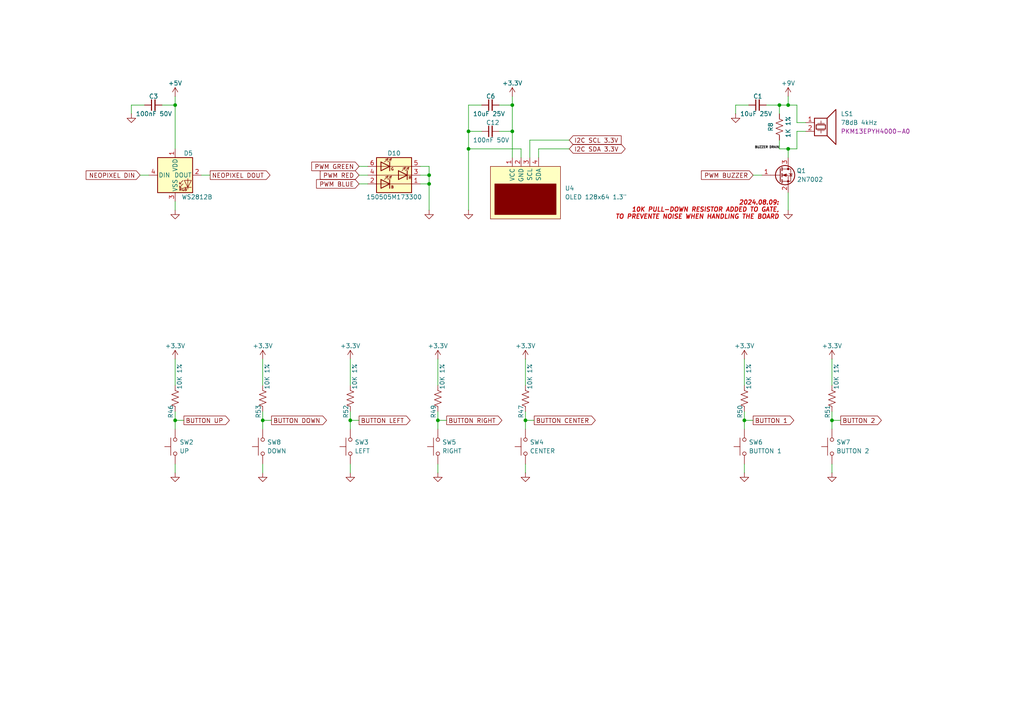
<source format=kicad_sch>
(kicad_sch (version 20231120) (generator "eeschema") (generator_version "8.0")
  (paper "A4")
  (title_block (title "STM32 EXPLORER BOARD PROTOTYPE") (date "2024-07-21") (rev "00") (company "Mechatronix Lab") (comment 1 "Eng. André A. M. Araújo"))
  (lib_symbols
    (symbol "Device:C_Small" (pin_numbers hide) (pin_names (offset 0.254) hide)
      (property "Reference" "C" (at 0.254 1.778 0))
      (property "Value" "C_Small" (at 0.254 -2.032 0))
      (symbol "C_Small_0_1"
        (polyline (pts (xy -1.524 -0.508) (xy 1.524 -0.508)) (stroke (width 0.3302)))
        (polyline (pts (xy -1.524 0.508) (xy 1.524 0.508)) (stroke (width 0.3048)))
      )
      (symbol "C_Small_1_1"
        (pin passive line (at 0 2.54 270) (length 2.032) (name "~") (number "1"))
        (pin passive line (at 0 -2.54 90) (length 2.032) (name "~") (number "2"))
      )
    )
    (symbol "Device:R_US" (pin_numbers hide) (pin_names (offset 0))
      (property "Reference" "R" (at 2.54 0 90))
      (property "Value" "R_US" (at -2.54 0 90))
      (symbol "R_US_0_1"
        (polyline (pts (xy 0 -2.286) (xy 0 -2.54)))
        (polyline (pts (xy 0 2.286) (xy 0 2.54)))
        (polyline (pts (xy 0 -0.762) (xy 1.016 -1.143) (xy 0 -1.524) (xy -1.016 -1.905) (xy 0 -2.286)))
        (polyline (pts (xy 0 0.762) (xy 1.016 0.381) (xy 0 0) (xy -1.016 -0.381) (xy 0 -0.762)))
        (polyline (pts (xy 0 2.286) (xy 1.016 1.905) (xy 0 1.524) (xy -1.016 1.143) (xy 0 0.762)))
      )
      (symbol "R_US_1_1"
        (pin passive line (at 0 3.81 270) (length 1.27) (name "~") (number "1"))
        (pin passive line (at 0 -3.81 90) (length 1.27) (name "~") (number "2"))
      )
    )
    (symbol "LED:WS2812B" (pin_names (offset 0.254))
      (property "Reference" "D" (at 5.08 5.715 0))
      (property "Value" "WS2812B" (at 1.27 -5.715 0))
      (symbol "WS2812B_0_0"
        (text "RGB" (at 2.286 -4.191 0) (effects (font (size 0.762 0.762))))
      )
      (symbol "WS2812B_0_1"
        (polyline (pts (xy 1.27 -3.556) (xy 1.778 -3.556)))
        (polyline (pts (xy 1.27 -2.54) (xy 1.778 -2.54)))
        (polyline (pts (xy 4.699 -3.556) (xy 2.667 -3.556)))
        (polyline (pts (xy 2.286 -2.54) (xy 1.27 -3.556) (xy 1.27 -3.048)))
        (polyline (pts (xy 2.286 -1.524) (xy 1.27 -2.54) (xy 1.27 -2.032)))
        (polyline (pts (xy 3.683 -1.016) (xy 3.683 -3.556) (xy 3.683 -4.064)))
        (polyline (pts (xy 4.699 -1.524) (xy 2.667 -1.524) (xy 3.683 -3.556) (xy 4.699 -1.524)))
        (rectangle (start 5.08 5.08) (end -5.08 -5.08) (stroke (width 0.254)) (fill (type background)))
      )
      (symbol "WS2812B_1_1"
        (pin power_in line (at 0 7.62 270) (length 2.54) (name "VDD") (number "1"))
        (pin output line (at 7.62 0 180) (length 2.54) (name "DOUT") (number "2"))
        (pin power_in line (at 0 -7.62 90) (length 2.54) (name "VSS") (number "3"))
        (pin input line (at -7.62 0 0) (length 2.54) (name "DIN") (number "4"))
      )
    )
    (symbol "STM32XP:OLED_128x64"
      (property "Reference" "U6" (at 11.43 1.2701 0))
      (property "Value" "OLED 128x64 1.3\"" (at 11.43 -1.2699 0))
      (symbol "OLED_128x64_1_1"
        (rectangle (start -10.16 7.62) (end 10.16 -7.62) (fill (type background)))
        (rectangle (start -8.89 2.54) (end 8.89 -6.35) (fill (type outline)))
        (pin power_in line (at -3.81 10.16 270) (length 2.54) (name "VCC") (number "1"))
        (pin power_out line (at -1.27 10.16 270) (length 2.54) (name "GND") (number "2"))
        (pin input line (at 1.27 10.16 270) (length 2.54) (name "SCL") (number "3"))
        (pin bidirectional line (at 3.81 10.16 270) (length 2.54) (name "SDA") (number "4"))
      )
    )
    (symbol "STM32XP:PKM13EPYH4000-A0" (pin_names hide)
      (property "Reference" "LS" (at 0 4.318 0))
      (property "Value" "78dB 4kHz" (at 0 0 0))
      (property "PN" "https://www.murata.com/en-us/products/productdetail?partno=PKM13EPYH4000-A0" (at 0 0 0))
      (property "MANUFACTURER" "MURATA" (at 0 0 0))
      (symbol "PKM13EPYH4000-A0_0_0"
        (polyline (pts (xy 0.889 -1.016) (xy 2.921 -1.016)))
        (polyline (pts (xy 0.889 1.016) (xy 2.921 1.016)))
        (polyline (pts (xy 1.905 -1.016) (xy 1.905 -1.778)))
        (polyline (pts (xy 1.905 1.016) (xy 1.905 1.778)))
        (polyline (pts (xy 3.683 2.54) (xy 6.223 5.08) (xy 6.223 -5.08) (xy 3.683 -2.54)) (stroke (width 0.254)))
        (rectangle (start 0 2.54) (end 3.683 -2.54) (stroke (width 0.254)))
        (rectangle (start 0.508 0.635) (end 3.175 -0.635) (stroke (width 0.254)))
      )
      (symbol "PKM13EPYH4000-A0_1_1"
        (pin input line (at -2.54 1.27 0) (length 2.54) (name "1") (number "1"))
        (pin input line (at -2.54 -1.27 0) (length 2.54) (name "2") (number "2"))
      )
    )
    (symbol "STM32XP:WE 50505M173300" (pin_names hide)
      (property "Reference" "D" (at 0 6.096 0))
      (symbol "WE 50505M173300_0_0"
        (text "B" (at -0.508 -3.4544 0) (effects (font (size 0.762 0.762))))
        (text "G" (at -0.508 1.778 0) (effects (font (size 0.762 0.762))))
        (text "R" (at 4.572 -0.762 0) (effects (font (size 0.762 0.762))))
      )
      (symbol "WE 50505M173300_0_1"
        (rectangle (start -5.08 5.08) (end 5.08 -5.08) (stroke (width 0.254)) (fill (type background)))
        (polyline (pts (xy -5.08 -2.54) (xy 5.08 -2.54)))
        (polyline (pts (xy -5.08 0) (xy 5.08 0)))
        (polyline (pts (xy -5.08 2.54) (xy 5.08 2.54)))
        (polyline (pts (xy -2.794 -1.27) (xy -1.778 -0.254)))
        (polyline (pts (xy -2.794 3.81) (xy -1.778 4.826)))
        (polyline (pts (xy -1.778 -1.27) (xy -0.762 -0.254)))
        (polyline (pts (xy -1.778 3.81) (xy -0.762 4.826)))
        (polyline (pts (xy -1.27 -1.27) (xy -1.27 -3.81)) (stroke (width 0.254)))
        (polyline (pts (xy -1.27 3.81) (xy -1.27 1.27)) (stroke (width 0.254)))
        (polyline (pts (xy 2.286 1.27) (xy 3.302 2.286)))
        (polyline (pts (xy 3.302 1.27) (xy 4.318 2.286)))
        (polyline (pts (xy 3.81 1.27) (xy 3.81 -1.27)) (stroke (width 0.254)))
        (polyline (pts (xy -2.54 4.572) (xy -1.778 4.826) (xy -2.032 4.064)))
        (polyline (pts (xy -2.032 -1.016) (xy -1.778 -0.254) (xy -2.54 -0.508)))
        (polyline (pts (xy -1.524 -0.508) (xy -0.762 -0.254) (xy -1.016 -1.016)))
        (polyline (pts (xy -1.524 4.572) (xy -0.762 4.826) (xy -1.016 4.064)))
        (polyline (pts (xy 3.048 1.524) (xy 3.302 2.286) (xy 2.54 2.032)))
        (polyline (pts (xy 3.556 2.032) (xy 4.318 2.286) (xy 4.064 1.524)))
        (polyline (pts (xy -3.81 -1.27) (xy -3.81 -3.81) (xy -1.27 -2.54) (xy -3.81 -1.27)) (stroke (width 0.254)))
        (polyline (pts (xy -3.81 3.81) (xy -3.81 1.27) (xy -1.27 2.54) (xy -3.81 3.81)) (stroke (width 0.254)))
        (polyline (pts (xy 1.27 1.27) (xy 1.27 -1.27) (xy 3.81 0) (xy 1.27 1.27)) (stroke (width 0.254)))
      )
      (symbol "WE 50505M173300_1_1"
        (pin passive line (at 7.62 -2.54 180) (length 2.54) (name "KB") (number "1"))
        (pin passive line (at -7.62 -2.54 0) (length 2.54) (name "AB") (number "2"))
        (pin passive line (at 7.62 0 180) (length 2.54) (name "KR") (number "3"))
        (pin passive line (at -7.62 0 0) (length 2.54) (name "AR") (number "4"))
        (pin passive line (at 7.62 2.54 180) (length 2.54) (name "KG") (number "5"))
        (pin passive line (at -7.62 2.54 0) (length 2.54) (name "AG") (number "6"))
      )
    )
    (symbol "Switch:SW_Push" (pin_numbers hide) (pin_names (offset 1.016) hide)
      (property "Reference" "SW" (at 1.27 2.54 0))
      (property "Value" "SW_Push" (at 0 -1.524 0))
      (symbol "SW_Push_0_1"
        (circle (center -2.032 0) (radius 0.508))
        (polyline (pts (xy 0 1.27) (xy 0 3.048)))
        (polyline (pts (xy 2.54 1.27) (xy -2.54 1.27)))
        (circle (center 2.032 0) (radius 0.508))
        (pin passive line (at -5.08 0 0) (length 2.54) (name "1") (number "1"))
        (pin passive line (at 5.08 0 180) (length 2.54) (name "2") (number "2"))
      )
    )
    (symbol "Transistor_FET:2N7002" (pin_names hide)
      (property "Reference" "Q" (at 5.08 1.905 0))
      (property "Value" "2N7002" (at 5.08 0 0))
      (symbol "2N7002_0_1"
        (polyline (pts (xy 0.254 0) (xy -2.54 0)))
        (polyline (pts (xy 0.254 1.905) (xy 0.254 -1.905)) (stroke (width 0.254)))
        (polyline (pts (xy 0.762 -1.27) (xy 0.762 -2.286)) (stroke (width 0.254)))
        (polyline (pts (xy 0.762 0.508) (xy 0.762 -0.508)) (stroke (width 0.254)))
        (polyline (pts (xy 0.762 2.286) (xy 0.762 1.27)) (stroke (width 0.254)))
        (polyline (pts (xy 2.54 2.54) (xy 2.54 1.778)))
        (polyline (pts (xy 2.54 -2.54) (xy 2.54 0) (xy 0.762 0)))
        (polyline (pts (xy 0.762 -1.778) (xy 3.302 -1.778) (xy 3.302 1.778) (xy 0.762 1.778)))
        (polyline (pts (xy 1.016 0) (xy 2.032 0.381) (xy 2.032 -0.381) (xy 1.016 0)) (fill (type outline)))
        (polyline (pts (xy 2.794 0.508) (xy 2.921 0.381) (xy 3.683 0.381) (xy 3.81 0.254)))
        (polyline (pts (xy 3.302 0.381) (xy 2.921 -0.254) (xy 3.683 -0.254) (xy 3.302 0.381)))
        (circle (center 1.651 0) (radius 2.794) (stroke (width 0.254)))
        (circle (center 2.54 -1.778) (radius 0.254) (fill (type outline)))
        (circle (center 2.54 1.778) (radius 0.254) (fill (type outline)))
      )
      (symbol "2N7002_1_1"
        (pin input line (at -5.08 0 0) (length 2.54) (name "G") (number "1"))
        (pin passive line (at 2.54 -5.08 90) (length 2.54) (name "S") (number "2"))
        (pin passive line (at 2.54 5.08 270) (length 2.54) (name "D") (number "3"))
      )
    )
    (symbol "power:GND" (power) (pin_numbers hide) (pin_names (offset 0) hide)
      (property "Value" "GND" (at 0 -3.81 0))
      (symbol "GND_0_1"
        (polyline (pts (xy 0 0) (xy 0 -1.27) (xy 1.27 -1.27) (xy 0 -2.54) (xy -1.27 -1.27) (xy 0 -1.27)))
      )
      (symbol "GND_1_1"
        (pin power_in line (at 0 0 270) (length 0) (name "~") (number "1"))
      )
    )
    (symbol "power:VCC" (power) (pin_numbers hide) (pin_names (offset 0) hide)
      (property "Value" "VCC" (at 0 3.556 0))
      (symbol "VCC_0_1"
        (polyline (pts (xy -0.762 1.27) (xy 0 2.54)))
        (polyline (pts (xy 0 0) (xy 0 2.54)))
        (polyline (pts (xy 0 2.54) (xy 0.762 1.27)))
      )
      (symbol "VCC_1_1"
        (pin power_in line (at 0 0 90) (length 0) (name "~") (number "1"))
      )
    )
  )
  (junction (at 50.8 121.92))
  (junction (at 124.46 53.34))
  (junction (at 228.6 43.18))
  (junction (at 241.3 121.92))
  (junction (at 127 121.92))
  (junction (at 152.4 121.92))
  (junction (at 148.59 30.48))
  (junction (at 135.89 38.1))
  (junction (at 148.59 38.1))
  (junction (at 215.9 121.92))
  (junction (at 124.46 50.8))
  (junction (at 101.6 121.92))
  (junction (at 226.06 30.48))
  (junction (at 135.89 43.18))
  (junction (at 76.2 121.92))
  (junction (at 228.6 30.48))
  (junction (at 50.8 30.48))
  (wire (pts (xy 217.17 30.48) (xy 213.36 30.48)))
  (wire (pts (xy 101.6 119.38) (xy 101.6 121.92)))
  (wire (pts (xy 121.92 53.34) (xy 124.46 53.34)))
  (wire (pts (xy 231.14 35.56) (xy 231.14 30.48)))
  (wire (pts (xy 127 119.38) (xy 127 121.92)))
  (wire (pts (xy 127 134.62) (xy 127 137.16)))
  (wire (pts (xy 124.46 53.34) (xy 124.46 60.96)))
  (wire (pts (xy 121.92 50.8) (xy 124.46 50.8)))
  (wire (pts (xy 139.7 30.48) (xy 135.89 30.48)))
  (wire (pts (xy 135.89 38.1) (xy 139.7 38.1)))
  (wire (pts (xy 215.9 121.92) (xy 218.44 121.92)))
  (wire (pts (xy 127 104.14) (xy 127 111.76)))
  (wire (pts (xy 228.6 43.18) (xy 228.6 45.72)))
  (wire (pts (xy 241.3 121.92) (xy 243.84 121.92)))
  (wire (pts (xy 101.6 104.14) (xy 101.6 111.76)))
  (wire (pts (xy 135.89 43.18) (xy 151.13 43.18)))
  (wire (pts (xy 148.59 27.94) (xy 148.59 30.48)))
  (wire (pts (xy 148.59 38.1) (xy 148.59 45.72)))
  (wire (pts (xy 226.06 30.48) (xy 226.06 33.02)))
  (wire (pts (xy 215.9 104.14) (xy 215.9 111.76)))
  (wire (pts (xy 148.59 30.48) (xy 148.59 38.1)))
  (wire (pts (xy 135.89 43.18) (xy 135.89 60.96)))
  (wire (pts (xy 241.3 121.92) (xy 241.3 124.46)))
  (wire (pts (xy 106.68 53.34) (xy 104.14 53.34)))
  (wire (pts (xy 76.2 134.62) (xy 76.2 137.16)))
  (wire (pts (xy 50.8 30.48) (xy 50.8 43.18)))
  (wire (pts (xy 231.14 38.1) (xy 231.14 43.18)))
  (wire (pts (xy 50.8 58.42) (xy 50.8 60.96)))
  (wire (pts (xy 226.06 40.64) (xy 226.06 43.18)))
  (wire (pts (xy 106.68 50.8) (xy 104.14 50.8)))
  (wire (pts (xy 50.8 119.38) (xy 50.8 121.92)))
  (wire (pts (xy 152.4 121.92) (xy 152.4 124.46)))
  (wire (pts (xy 38.1 30.48) (xy 41.91 30.48)))
  (wire (pts (xy 144.78 30.48) (xy 148.59 30.48)))
  (wire (pts (xy 50.8 121.92) (xy 53.34 121.92)))
  (wire (pts (xy 46.99 30.48) (xy 50.8 30.48)))
  (wire (pts (xy 152.4 121.92) (xy 154.94 121.92)))
  (wire (pts (xy 231.14 43.18) (xy 228.6 43.18)))
  (wire (pts (xy 241.3 134.62) (xy 241.3 137.16)))
  (wire (pts (xy 152.4 104.14) (xy 152.4 111.76)))
  (wire (pts (xy 101.6 121.92) (xy 101.6 124.46)))
  (wire (pts (xy 228.6 60.96) (xy 228.6 55.88)))
  (wire (pts (xy 50.8 121.92) (xy 50.8 124.46)))
  (wire (pts (xy 241.3 119.38) (xy 241.3 121.92)))
  (wire (pts (xy 226.06 30.48) (xy 228.6 30.48)))
  (wire (pts (xy 215.9 119.38) (xy 215.9 121.92)))
  (wire (pts (xy 76.2 121.92) (xy 78.74 121.92)))
  (wire (pts (xy 215.9 134.62) (xy 215.9 137.16)))
  (wire (pts (xy 156.21 43.18) (xy 165.1 43.18)))
  (wire (pts (xy 153.67 40.64) (xy 153.67 45.72)))
  (wire (pts (xy 231.14 35.56) (xy 233.68 35.56)))
  (wire (pts (xy 76.2 121.92) (xy 76.2 124.46)))
  (wire (pts (xy 76.2 104.14) (xy 76.2 111.76)))
  (wire (pts (xy 135.89 38.1) (xy 135.89 43.18)))
  (wire (pts (xy 228.6 27.94) (xy 228.6 30.48)))
  (wire (pts (xy 152.4 119.38) (xy 152.4 121.92)))
  (wire (pts (xy 124.46 50.8) (xy 124.46 53.34)))
  (wire (pts (xy 241.3 104.14) (xy 241.3 111.76)))
  (wire (pts (xy 121.92 48.26) (xy 124.46 48.26)))
  (wire (pts (xy 218.44 50.8) (xy 220.98 50.8)))
  (wire (pts (xy 58.42 50.8) (xy 60.96 50.8)))
  (wire (pts (xy 151.13 45.72) (xy 151.13 43.18)))
  (wire (pts (xy 101.6 121.92) (xy 104.14 121.92)))
  (wire (pts (xy 233.68 38.1) (xy 231.14 38.1)))
  (wire (pts (xy 156.21 43.18) (xy 156.21 45.72)))
  (wire (pts (xy 127 121.92) (xy 129.54 121.92)))
  (wire (pts (xy 76.2 119.38) (xy 76.2 121.92)))
  (wire (pts (xy 153.67 40.64) (xy 165.1 40.64)))
  (wire (pts (xy 215.9 121.92) (xy 215.9 124.46)))
  (wire (pts (xy 101.6 134.62) (xy 101.6 137.16)))
  (wire (pts (xy 50.8 104.14) (xy 50.8 111.76)))
  (wire (pts (xy 38.1 30.48) (xy 38.1 33.02)))
  (wire (pts (xy 124.46 48.26) (xy 124.46 50.8)))
  (wire (pts (xy 213.36 30.48) (xy 213.36 33.02)))
  (wire (pts (xy 228.6 30.48) (xy 231.14 30.48)))
  (wire (pts (xy 226.06 43.18) (xy 228.6 43.18)))
  (wire (pts (xy 152.4 134.62) (xy 152.4 137.16)))
  (wire (pts (xy 50.8 27.94) (xy 50.8 30.48)))
  (wire (pts (xy 106.68 48.26) (xy 104.14 48.26)))
  (wire (pts (xy 144.78 38.1) (xy 148.59 38.1)))
  (wire (pts (xy 40.64 50.8) (xy 43.18 50.8)))
  (wire (pts (xy 127 121.92) (xy 127 124.46)))
  (wire (pts (xy 135.89 30.48) (xy 135.89 38.1)))
  (wire (pts (xy 222.25 30.48) (xy 226.06 30.48)))
  (wire (pts (xy 50.8 134.62) (xy 50.8 137.16)))
  (text "2024.08.09:\n10K PULL-DOWN RESISTOR ADDED TO GATE,\nTO PREVENTE NOISE WHEN HANDLING THE BOARD" (at 226.06 60.96 0) (effects (font (size 1.27 1.27) (thickness 0.254) (bold yes) (italic yes)) (justify right)))
  (label "BUZZER DRAIN" (at 226.06 43.18 180) (effects (font (size 0.635 0.635))))
  (global_label "PWM RED" (shape input) (at 104.14 50.8 180) (property "Intersheetrefs" "${INTERSHEET_REFS}" (effects (hide yes))))
  (global_label "BUTTON DOWN" (shape output) (at 78.74 121.92 0) (property "Intersheetrefs" "${INTERSHEET_REFS}" (effects (hide yes))))
  (global_label "PWM BLUE" (shape input) (at 104.14 53.34 180) (property "Intersheetrefs" "${INTERSHEET_REFS}" (effects (hide yes))))
  (global_label "BUTTON LEFT" (shape output) (at 104.14 121.92 0) (property "Intersheetrefs" "${INTERSHEET_REFS}" (effects (hide yes))))
  (global_label "NEOPIXEL DIN" (shape input) (at 40.64 50.8 180) (property "Intersheetrefs" "${INTERSHEET_REFS}" (effects (hide yes))))
  (global_label "BUTTON 2" (shape output) (at 243.84 121.92 0) (property "Intersheetrefs" "${INTERSHEET_REFS}" (effects (hide yes))))
  (global_label "BUTTON CENTER" (shape output) (at 154.94 121.92 0) (property "Intersheetrefs" "${INTERSHEET_REFS}" (effects (hide yes))))
  (global_label "PWM GREEN" (shape input) (at 104.14 48.26 180) (property "Intersheetrefs" "${INTERSHEET_REFS}" (effects (hide yes))))
  (global_label "I2C SDA 3.3V" (shape bidirectional) (at 165.1 43.18 0) (property "Intersheetrefs" "${INTERSHEET_REFS}" (effects (hide yes))))
  (global_label "BUTTON RIGHT" (shape output) (at 129.54 121.92 0) (property "Intersheetrefs" "${INTERSHEET_REFS}" (effects (hide yes))))
  (global_label "BUTTON 1" (shape output) (at 218.44 121.92 0) (property "Intersheetrefs" "${INTERSHEET_REFS}" (effects (hide yes))))
  (global_label "I2C SCL 3.3V" (shape input) (at 165.1 40.64 0) (property "Intersheetrefs" "${INTERSHEET_REFS}" (effects (hide yes))))
  (global_label "NEOPIXEL DOUT" (shape output) (at 60.96 50.8 0) (property "Intersheetrefs" "${INTERSHEET_REFS}" (effects (hide yes))))
  (global_label "BUTTON UP" (shape output) (at 53.34 121.92 0) (property "Intersheetrefs" "${INTERSHEET_REFS}" (effects (hide yes))))
  (global_label "PWM BUZZER" (shape input) (at 218.44 50.8 180) (property "Intersheetrefs" "${INTERSHEET_REFS}" (effects (hide yes))))
  (symbol (lib_id "Device:R_US") (at 241.3 115.57 180) (unit 1)
    (property "Reference" "R51" (at 240.03 119.38 90))
    (property "Value" "10K 1%" (at 242.57 109.22 90))
    (property "Footprint" "Resistor_SMD:R_0603_1608Metric_Pad0.98x0.95mm_HandSolder" (effects (hide yes)))
    (property "Description" "Resistor, US symbol" (effects (hide yes)))
  )
  (symbol (lib_id "Switch:SW_Push") (at 152.4 129.54 90) (unit 1)
    (property "Reference" "SW4" (at 153.67 128.27 90) (effects (justify right)))
    (property "Value" "CENTER" (at 153.67 130.81 90) (effects (justify right)))
    (property "Footprint" "Button_Switch_SMD:SW_Push_1P1T_NO_CK_KSC6xxJ" (effects (hide yes)))
    (property "Datasheet" "https://www.lcsc.com/product-detail/Tactile-Switches_Made-in-China-C23873_C23873.html" (effects (hide yes)))
  )
  (symbol (lib_id "power:GND") (at 50.8 60.96 0) (unit 1)
    (property "Reference" "#PWR041" (effects (hide yes)))
    (property "Value" "GND" (effects (hide yes)))
    (property "Description" "Power symbol creates a global label with name \"GND\" , ground" (effects (hide yes)))
  )
  (symbol (lib_id "STM32XP:WE 50505M173300") (at 114.3 50.8 0) (unit 1)
    (property "Reference" "D10" (at 114.3 44.45 0))
    (property "Value" "150505M173300" (at 114.3 57.15 0))
    (property "Footprint" "STM32XP:WE 150505M173300" (effects (hide yes)))
    (property "Datasheet" "https://www.we-online.com/components/products/datasheet/150505M173300.pdf" (effects (hide yes)))
    (property "Description" "WL-SFTW SMT Full-color TOP LED Waterclear" (effects (hide yes)))
  )
  (symbol (lib_id "LED:WS2812B") (at 50.8 50.8 0) (unit 1)
    (property "Reference" "D5" (at 54.61 44.45 0))
    (property "Value" "WS2812B" (at 57.15 57.15 0))
    (property "Footprint" "LED_SMD:LED_WS2812B_PLCC4_5.0x5.0mm_P3.2mm" (effects (hide yes)))
    (property "Datasheet" "https://cdn-shop.adafruit.com/datasheets/WS2812B.pdf" (effects (hide yes)))
    (property "Description" "RGB LED with integrated controller" (effects (hide yes)))
  )
  (symbol (lib_id "Device:R_US") (at 101.6 115.57 180) (unit 1)
    (property "Reference" "R52" (at 100.33 119.38 90))
    (property "Value" "10K 1%" (at 102.87 109.22 90))
    (property "Footprint" "Resistor_SMD:R_0603_1608Metric_Pad0.98x0.95mm_HandSolder" (effects (hide yes)))
    (property "Description" "Resistor, US symbol" (effects (hide yes)))
  )
  (symbol (lib_id "power:GND") (at 38.1 33.02 0) (unit 1)
    (property "Reference" "#PWR027" (effects (hide yes)))
    (property "Value" "GND" (effects (hide yes)))
    (property "Description" "Power symbol creates a global label with name \"GND\" , ground" (effects (hide yes)))
  )
  (symbol (lib_id "Device:C_Small") (at 44.45 30.48 90) (unit 1)
    (property "Reference" "C3" (at 43.18 27.94 90) (effects (justify right)))
    (property "Value" "100nF 50V" (at 39.37 33.02 90) (effects (justify right)))
    (property "Footprint" "Capacitor_SMD:C_0603_1608Metric_Pad1.08x0.95mm_HandSolder" (effects (hide yes)))
    (property "Description" "Unpolarized capacitor, small symbol" (effects (hide yes)))
  )
  (symbol (lib_id "Switch:SW_Push") (at 127 129.54 90) (unit 1)
    (property "Reference" "SW5" (at 128.27 128.27 90) (effects (justify right)))
    (property "Value" "RIGHT" (at 128.27 130.81 90) (effects (justify right)))
    (property "Footprint" "Button_Switch_SMD:SW_Push_1P1T_NO_CK_KSC6xxJ" (effects (hide yes)))
    (property "Datasheet" "https://www.lcsc.com/product-detail/Tactile-Switches_Made-in-China-C23873_C23873.html" (effects (hide yes)))
  )
  (symbol (lib_id "Device:C_Small") (at 142.24 38.1 90) (unit 1)
    (property "Reference" "C12" (at 140.97 35.56 90) (effects (justify right)))
    (property "Value" "100nF 50V" (at 137.16 40.64 90) (effects (justify right)))
    (property "Footprint" "Capacitor_SMD:C_0603_1608Metric_Pad1.08x0.95mm_HandSolder" (effects (hide yes)))
    (property "Description" "Unpolarized capacitor, small symbol" (effects (hide yes)))
  )
  (symbol (lib_id "power:GND") (at 50.8 137.16 0) (unit 1)
    (property "Reference" "#PWR032" (effects (hide yes)))
    (property "Value" "GND" (effects (hide yes)))
    (property "Description" "Power symbol creates a global label with name \"GND\" , ground" (effects (hide yes)))
  )
  (symbol (lib_id "Transistor_FET:2N7002") (at 226.06 50.8 0) (unit 1)
    (property "Reference" "Q1" (at 232.41 49.53 0))
    (property "Value" "2N7002" (at 234.95 52.07 0))
    (property "Footprint" "Package_TO_SOT_SMD:SOT-23" (effects (hide yes)))
    (property "Datasheet" "https://www.onsemi.com/pub/Collateral/NDS7002A-D.PDF" (effects (hide yes)))
    (property "Description" "0.115A Id, 60V Vds, N-Channel MOSFET, SOT-23" (effects (hide yes)))
  )
  (symbol (lib_id "STM32XP:PKM13EPYH4000-A0") (at 236.22 36.83 0) (unit 1)
    (property "Reference" "LS1" (at 243.84 33.0199 0) (effects (justify left)))
    (property "Value" "78dB 4kHz" (at 243.84 35.56 0) (effects (justify left)))
    (property "Footprint" "STM32XP:PKM13EPYH4000-A0" (effects (hide yes)))
    (property "Datasheet" "https://www.murata.com/en-us/products/productdetail?partno=PKM13EPYH4000-A0" (effects (hide yes)))
    (property "Description" " BUZZER PIEZO PASSIVE SOUNDER MURATA 4 KHZ" (effects (hide yes)))
    (property "PN" "PKM13EPYH4000-A0" (at 243.84 38.1 0) (effects (justify left)))
    (property "MANUFACTURER" "MURATA" (effects (hide yes)))
  )
  (symbol (lib_id "power:GND") (at 152.4 137.16 0) (unit 1)
    (property "Reference" "#PWR069" (effects (hide yes)))
    (property "Value" "GND" (effects (hide yes)))
    (property "Description" "Power symbol creates a global label with name \"GND\" , ground" (effects (hide yes)))
  )
  (symbol (lib_id "Device:C_Small") (at 142.24 30.48 90) (unit 1)
    (property "Reference" "C6" (at 140.97 27.94 90) (effects (justify right)))
    (property "Value" "10uF 25V" (at 137.16 33.02 90) (effects (justify right)))
    (property "Footprint" "Capacitor_SMD:C_0805_2012Metric_Pad1.18x1.45mm_HandSolder" (effects (hide yes)))
    (property "Description" "Unpolarized capacitor, small symbol" (effects (hide yes)))
  )
  (symbol (lib_id "Switch:SW_Push") (at 50.8 129.54 90) (unit 1)
    (property "Reference" "SW2" (at 52.07 128.27 90) (effects (justify right)))
    (property "Value" "UP" (at 52.07 130.81 90) (effects (justify right)))
    (property "Footprint" "Button_Switch_SMD:SW_Push_1P1T_NO_CK_KSC6xxJ" (effects (hide yes)))
    (property "Datasheet" "https://www.lcsc.com/product-detail/Tactile-Switches_Made-in-China-C23873_C23873.html" (effects (hide yes)))
  )
  (symbol (lib_id "Device:R_US") (at 152.4 115.57 180) (unit 1)
    (property "Reference" "R47" (at 151.13 119.38 90))
    (property "Value" "10K 1%" (at 153.67 109.22 90))
    (property "Footprint" "Resistor_SMD:R_0603_1608Metric_Pad0.98x0.95mm_HandSolder" (effects (hide yes)))
    (property "Description" "Resistor, US symbol" (effects (hide yes)))
  )
  (symbol (lib_id "Switch:SW_Push") (at 215.9 129.54 90) (unit 1)
    (property "Reference" "SW6" (at 217.17 128.27 90) (effects (justify right)))
    (property "Value" "BUTTON 1" (at 217.17 130.81 90) (effects (justify right)))
    (property "Footprint" "Button_Switch_SMD:SW_Push_1P1T_NO_CK_KSC6xxJ" (effects (hide yes)))
    (property "Datasheet" "https://www.lcsc.com/product-detail/Tactile-Switches_Made-in-China-C23873_C23873.html" (effects (hide yes)))
  )
  (symbol (lib_id "power:VCC") (at 50.8 104.14 0) (unit 1)
    (property "Reference" "#PWR031" (effects (hide yes)))
    (property "Value" "+3.3V" (at 50.8 100.33 0))
    (property "Description" "Power symbol creates a global label with name \"VCC\"" (effects (hide yes)))
  )
  (symbol (lib_id "power:VCC") (at 127 104.14 0) (unit 1)
    (property "Reference" "#PWR063" (effects (hide yes)))
    (property "Value" "+3.3V" (at 127 100.33 0))
    (property "Description" "Power symbol creates a global label with name \"VCC\"" (effects (hide yes)))
  )
  (symbol (lib_id "power:VCC") (at 76.2 104.14 0) (unit 1)
    (property "Reference" "#PWR057" (effects (hide yes)))
    (property "Value" "+3.3V" (at 76.2 100.33 0))
    (property "Description" "Power symbol creates a global label with name \"VCC\"" (effects (hide yes)))
  )
  (symbol (lib_id "Switch:SW_Push") (at 76.2 129.54 90) (unit 1)
    (property "Reference" "SW8" (at 77.47 128.27 90) (effects (justify right)))
    (property "Value" "DOWN" (at 77.47 130.81 90) (effects (justify right)))
    (property "Footprint" "Button_Switch_SMD:SW_Push_1P1T_NO_CK_KSC6xxJ" (effects (hide yes)))
    (property "Datasheet" "https://www.lcsc.com/product-detail/Tactile-Switches_Made-in-China-C23873_C23873.html" (effects (hide yes)))
  )
  (symbol (lib_id "Switch:SW_Push") (at 101.6 129.54 90) (unit 1)
    (property "Reference" "SW3" (at 102.87 128.27 90) (effects (justify right)))
    (property "Value" "LEFT" (at 102.87 130.81 90) (effects (justify right)))
    (property "Footprint" "Button_Switch_SMD:SW_Push_1P1T_NO_CK_KSC6xxJ" (effects (hide yes)))
    (property "Datasheet" "https://www.lcsc.com/product-detail/Tactile-Switches_Made-in-China-C23873_C23873.html" (effects (hide yes)))
  )
  (symbol (lib_id "Device:R_US") (at 226.06 36.83 180) (unit 1)
    (property "Reference" "R8" (at 223.52 36.83 90))
    (property "Value" "1K 1%" (at 228.6 36.83 90))
    (property "Footprint" "Resistor_SMD:R_0603_1608Metric_Pad0.98x0.95mm_HandSolder" (effects (hide yes)))
    (property "Description" "Resistor, US symbol" (effects (hide yes)))
  )
  (symbol (lib_id "Device:R_US") (at 76.2 115.57 180) (unit 1)
    (property "Reference" "R53" (at 74.93 119.38 90))
    (property "Value" "10K 1%" (at 77.47 109.22 90))
    (property "Footprint" "Resistor_SMD:R_0603_1608Metric_Pad0.98x0.95mm_HandSolder" (effects (hide yes)))
    (property "Description" "Resistor, US symbol" (effects (hide yes)))
  )
  (symbol (lib_id "STM32XP:OLED_128x64") (at 152.4 55.88 0) (unit 1)
    (property "Reference" "U4" (at 163.83 54.6099 0) (effects (justify left)))
    (property "Value" "OLED 128x64 1.3\"" (at 163.83 57.1499 0) (effects (justify left)))
    (property "Footprint" "STM32XP:OLED 128x64 1.3in" (effects (hide yes)))
  )
  (symbol (lib_id "Device:C_Small") (at 219.71 30.48 90) (unit 1)
    (property "Reference" "C1" (at 218.44 27.94 90) (effects (justify right)))
    (property "Value" "10uF 25V" (at 214.63 33.02 90) (effects (justify right)))
    (property "Footprint" "Capacitor_SMD:C_0805_2012Metric_Pad1.18x1.45mm_HandSolder" (effects (hide yes)))
    (property "Description" "Unpolarized capacitor, small symbol" (effects (hide yes)))
  )
  (symbol (lib_id "power:GND") (at 127 137.16 0) (unit 1)
    (property "Reference" "#PWR064" (effects (hide yes)))
    (property "Value" "GND" (effects (hide yes)))
    (property "Description" "Power symbol creates a global label with name \"GND\" , ground" (effects (hide yes)))
  )
  (symbol (lib_id "power:GND") (at 241.3 137.16 0) (unit 1)
    (property "Reference" "#PWR060" (effects (hide yes)))
    (property "Value" "GND" (effects (hide yes)))
    (property "Description" "Power symbol creates a global label with name \"GND\" , ground" (effects (hide yes)))
  )
  (symbol (lib_id "power:VCC") (at 228.6 27.94 0) (unit 1)
    (property "Reference" "#PWR029" (effects (hide yes)))
    (property "Value" "+9V" (at 228.6 24.13 0))
    (property "Description" "Power symbol creates a global label with name \"VCC\"" (effects (hide yes)))
  )
  (symbol (lib_id "power:GND") (at 135.89 60.96 0) (unit 1)
    (property "Reference" "#PWR026" (effects (hide yes)))
    (property "Value" "GND" (effects (hide yes)))
    (property "Description" "Power symbol creates a global label with name \"GND\" , ground" (effects (hide yes)))
  )
  (symbol (lib_id "power:VCC") (at 148.59 27.94 0) (unit 1)
    (property "Reference" "#PWR028" (effects (hide yes)))
    (property "Value" "+3.3V" (at 148.59 24.13 0))
    (property "Description" "Power symbol creates a global label with name \"VCC\"" (effects (hide yes)))
  )
  (symbol (lib_id "power:VCC") (at 215.9 104.14 0) (unit 1)
    (property "Reference" "#PWR055" (effects (hide yes)))
    (property "Value" "+3.3V" (at 215.9 100.33 0))
    (property "Description" "Power symbol creates a global label with name \"VCC\"" (effects (hide yes)))
  )
  (symbol (lib_id "power:VCC") (at 101.6 104.14 0) (unit 1)
    (property "Reference" "#PWR061" (effects (hide yes)))
    (property "Value" "+3.3V" (at 101.6 100.33 0))
    (property "Description" "Power symbol creates a global label with name \"VCC\"" (effects (hide yes)))
  )
  (symbol (lib_id "power:GND") (at 124.46 60.96 0) (unit 1)
    (property "Reference" "#PWR038" (effects (hide yes)))
    (property "Value" "GND" (effects (hide yes)))
    (property "Description" "Power symbol creates a global label with name \"GND\" , ground" (effects (hide yes)))
  )
  (symbol (lib_id "power:GND") (at 76.2 137.16 0) (unit 1)
    (property "Reference" "#PWR058" (effects (hide yes)))
    (property "Value" "GND" (effects (hide yes)))
    (property "Description" "Power symbol creates a global label with name \"GND\" , ground" (effects (hide yes)))
  )
  (symbol (lib_id "power:VCC") (at 50.8 27.94 0) (unit 1)
    (property "Reference" "#PWR040" (effects (hide yes)))
    (property "Value" "+5V" (at 50.8 24.13 0))
    (property "Description" "Power symbol creates a global label with name \"VCC\"" (effects (hide yes)))
  )
  (symbol (lib_id "Device:R_US") (at 215.9 115.57 180) (unit 1)
    (property "Reference" "R50" (at 214.63 119.38 90))
    (property "Value" "10K 1%" (at 217.17 109.22 90))
    (property "Footprint" "Resistor_SMD:R_0603_1608Metric_Pad0.98x0.95mm_HandSolder" (effects (hide yes)))
    (property "Description" "Resistor, US symbol" (effects (hide yes)))
  )
  (symbol (lib_id "power:GND") (at 213.36 33.02 0) (unit 1)
    (property "Reference" "#PWR084" (effects (hide yes)))
    (property "Value" "GND" (effects (hide yes)))
    (property "Description" "Power symbol creates a global label with name \"GND\" , ground" (effects (hide yes)))
  )
  (symbol (lib_id "power:VCC") (at 241.3 104.14 0) (unit 1)
    (property "Reference" "#PWR059" (effects (hide yes)))
    (property "Value" "+3.3V" (at 241.3 100.33 0))
    (property "Description" "Power symbol creates a global label with name \"VCC\"" (effects (hide yes)))
  )
  (symbol (lib_id "Switch:SW_Push") (at 241.3 129.54 90) (unit 1)
    (property "Reference" "SW7" (at 242.57 128.27 90) (effects (justify right)))
    (property "Value" "BUTTON 2" (at 242.57 130.81 90) (effects (justify right)))
    (property "Footprint" "Button_Switch_SMD:SW_Push_1P1T_NO_CK_KSC6xxJ" (effects (hide yes)))
    (property "Datasheet" "https://www.lcsc.com/product-detail/Tactile-Switches_Made-in-China-C23873_C23873.html" (effects (hide yes)))
  )
  (symbol (lib_id "Device:R_US") (at 50.8 115.57 180) (unit 1)
    (property "Reference" "R46" (at 49.53 119.38 90))
    (property "Value" "10K 1%" (at 52.07 109.22 90))
    (property "Footprint" "Resistor_SMD:R_0603_1608Metric_Pad0.98x0.95mm_HandSolder" (effects (hide yes)))
    (property "Description" "Resistor, US symbol" (effects (hide yes)))
  )
  (symbol (lib_id "power:GND") (at 215.9 137.16 0) (unit 1)
    (property "Reference" "#PWR056" (effects (hide yes)))
    (property "Value" "GND" (effects (hide yes)))
    (property "Description" "Power symbol creates a global label with name \"GND\" , ground" (effects (hide yes)))
  )
  (symbol (lib_id "power:GND") (at 101.6 137.16 0) (unit 1)
    (property "Reference" "#PWR062" (effects (hide yes)))
    (property "Value" "GND" (effects (hide yes)))
    (property "Description" "Power symbol creates a global label with name \"GND\" , ground" (effects (hide yes)))
  )
  (symbol (lib_id "power:VCC") (at 152.4 104.14 0) (unit 1)
    (property "Reference" "#PWR068" (effects (hide yes)))
    (property "Value" "+3.3V" (at 152.4 100.33 0))
    (property "Description" "Power symbol creates a global label with name \"VCC\"" (effects (hide yes)))
  )
  (symbol (lib_id "Device:R_US") (at 127 115.57 180) (unit 1)
    (property "Reference" "R49" (at 125.73 119.38 90))
    (property "Value" "10K 1%" (at 128.27 109.22 90))
    (property "Footprint" "Resistor_SMD:R_0603_1608Metric_Pad0.98x0.95mm_HandSolder" (effects (hide yes)))
    (property "Description" "Resistor, US symbol" (effects (hide yes)))
  )
  (symbol (lib_id "power:GND") (at 228.6 60.96 0) (unit 1)
    (property "Reference" "#PWR030" (effects (hide yes)))
    (property "Value" "GND" (effects (hide yes)))
    (property "Description" "Power symbol creates a global label with name \"GND\" , ground" (effects (hide yes)))
  )
)
</source>
